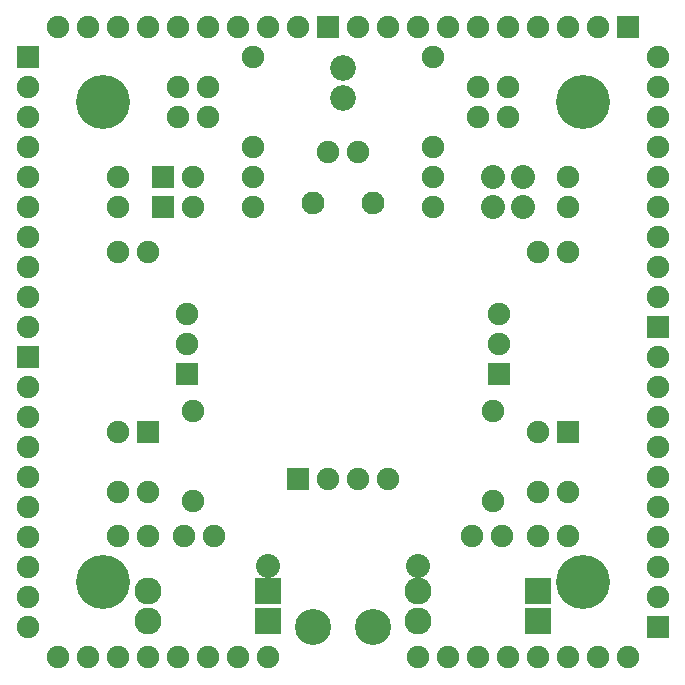
<source format=gbs>
G04 (created by PCBNEW-RS274X (2012-apr-16-27)-stable) date dim. 02 juin 2013 12:50:08 CST*
G01*
G70*
G90*
%MOIN*%
G04 Gerber Fmt 3.4, Leading zero omitted, Abs format*
%FSLAX34Y34*%
G04 APERTURE LIST*
%ADD10C,0.006000*%
%ADD11C,0.120000*%
%ADD12C,0.075000*%
%ADD13C,0.080000*%
%ADD14R,0.075000X0.075000*%
%ADD15C,0.086000*%
%ADD16C,0.076000*%
%ADD17C,0.180000*%
%ADD18C,0.090000*%
%ADD19R,0.090000X0.090000*%
G04 APERTURE END LIST*
G54D10*
G54D11*
X17000Y-25750D03*
X15000Y-25750D03*
G54D12*
X06500Y-26750D03*
X07500Y-26750D03*
X08500Y-26750D03*
X09500Y-26750D03*
X10500Y-26750D03*
X11500Y-26750D03*
X12500Y-26750D03*
X13500Y-26750D03*
X18500Y-26750D03*
X19500Y-26750D03*
X20500Y-26750D03*
X21500Y-26750D03*
X22500Y-26750D03*
X23500Y-26750D03*
X24500Y-26750D03*
X25500Y-26750D03*
G54D13*
X22000Y-10750D03*
X22000Y-11750D03*
X21000Y-10750D03*
X21000Y-11750D03*
G54D14*
X10000Y-11750D03*
G54D12*
X11000Y-11750D03*
G54D14*
X10000Y-10750D03*
G54D12*
X11000Y-10750D03*
G54D14*
X21200Y-17300D03*
G54D12*
X21200Y-16300D03*
X21200Y-15300D03*
G54D14*
X10800Y-17300D03*
G54D12*
X10800Y-16300D03*
X10800Y-15300D03*
G54D14*
X05500Y-16750D03*
G54D12*
X05500Y-17750D03*
X05500Y-18750D03*
X05500Y-19750D03*
X05500Y-20750D03*
X05500Y-21750D03*
X05500Y-22750D03*
X05500Y-23750D03*
X05500Y-24750D03*
X05500Y-25750D03*
G54D14*
X26500Y-25750D03*
G54D12*
X26500Y-24750D03*
X26500Y-23750D03*
X26500Y-22750D03*
X26500Y-21750D03*
X26500Y-20750D03*
X26500Y-19750D03*
X26500Y-18750D03*
X26500Y-17750D03*
X26500Y-16750D03*
G54D14*
X26500Y-15750D03*
G54D12*
X26500Y-14750D03*
X26500Y-13750D03*
X26500Y-12750D03*
X26500Y-11750D03*
X26500Y-10750D03*
X26500Y-09750D03*
X26500Y-08750D03*
X26500Y-07750D03*
X26500Y-06750D03*
G54D14*
X25500Y-05750D03*
G54D12*
X24500Y-05750D03*
X23500Y-05750D03*
X22500Y-05750D03*
X21500Y-05750D03*
X20500Y-05750D03*
X19500Y-05750D03*
X18500Y-05750D03*
X17500Y-05750D03*
X16500Y-05750D03*
G54D14*
X15500Y-05750D03*
G54D12*
X14500Y-05750D03*
X13500Y-05750D03*
X12500Y-05750D03*
X11500Y-05750D03*
X10500Y-05750D03*
X09500Y-05750D03*
X08500Y-05750D03*
X07500Y-05750D03*
X06500Y-05750D03*
G54D14*
X05500Y-06750D03*
G54D12*
X05500Y-07750D03*
X05500Y-08750D03*
X05500Y-09750D03*
X05500Y-10750D03*
X05500Y-11750D03*
X05500Y-12750D03*
X05500Y-13750D03*
X05500Y-14750D03*
X05500Y-15750D03*
G54D15*
X16000Y-07100D03*
X16000Y-08100D03*
G54D14*
X14500Y-20800D03*
G54D12*
X15500Y-20800D03*
X16500Y-20800D03*
X17500Y-20800D03*
X19000Y-09750D03*
X19000Y-06750D03*
X11000Y-18550D03*
X11000Y-21550D03*
X21000Y-18550D03*
X21000Y-21550D03*
G54D16*
X17000Y-11600D03*
X15000Y-11600D03*
G54D14*
X09500Y-19250D03*
G54D12*
X08500Y-19250D03*
G54D14*
X23500Y-19250D03*
G54D12*
X22500Y-19250D03*
X23500Y-11750D03*
X23500Y-10750D03*
X08500Y-21250D03*
X09500Y-21250D03*
X09500Y-22700D03*
X08500Y-22700D03*
X20300Y-22700D03*
X21300Y-22700D03*
X21500Y-08750D03*
X20500Y-08750D03*
X10500Y-08750D03*
X11500Y-08750D03*
X15500Y-09900D03*
X16500Y-09900D03*
X08500Y-11750D03*
X08500Y-10750D03*
X19000Y-11750D03*
X19000Y-10750D03*
X13000Y-10750D03*
X13000Y-11750D03*
X23500Y-13250D03*
X22500Y-13250D03*
X22500Y-21250D03*
X23500Y-21250D03*
X09500Y-13250D03*
X08500Y-13250D03*
X10700Y-22700D03*
X11700Y-22700D03*
X23500Y-22700D03*
X22500Y-22700D03*
X20500Y-07750D03*
X21500Y-07750D03*
X10500Y-07750D03*
X11500Y-07750D03*
G54D17*
X08000Y-24250D03*
X24000Y-24250D03*
X08000Y-08250D03*
X24000Y-08250D03*
G54D12*
X13000Y-09750D03*
X13000Y-06750D03*
G54D13*
X18500Y-23700D03*
X13500Y-23700D03*
G54D18*
X09500Y-24550D03*
G54D19*
X13500Y-24550D03*
G54D18*
X09500Y-25550D03*
G54D19*
X13500Y-25550D03*
G54D18*
X18500Y-24550D03*
G54D19*
X22500Y-24550D03*
G54D18*
X18500Y-25550D03*
G54D19*
X22500Y-25550D03*
M02*

</source>
